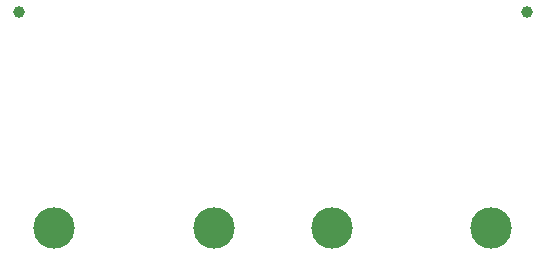
<source format=gbl>
G75*
%MOIN*%
%OFA0B0*%
%FSLAX25Y25*%
%IPPOS*%
%LPD*%
%AMOC8*
5,1,8,0,0,1.08239X$1,22.5*
%
%ADD10C,0.13780*%
%ADD11C,0.03937*%
D10*
X0034965Y0096472D03*
X0088114Y0096472D03*
X0127484Y0096472D03*
X0180634Y0096472D03*
D11*
X0192445Y0168520D03*
X0023154Y0168520D03*
M02*

</source>
